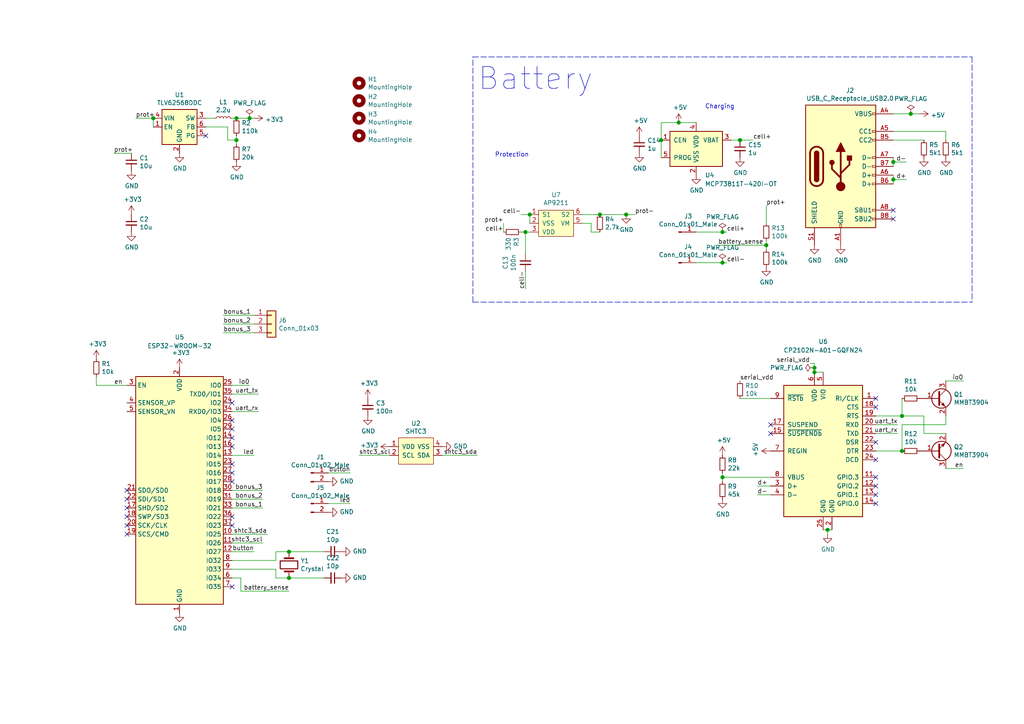
<source format=kicad_sch>
(kicad_sch (version 20210406) (generator eeschema)
  (paper "A4")
  (lib_symbols
    (symbol "Battery_Management:MCP73811T-420I-OT" (pin_names (offset 1.016))
      (property "Reference" "U" (at -6.35 6.35 0))
      (property "Value" "MCP73811T-420I-OT" (at 1.27 6.35 0))
      (symbol "MCP73811T-420I-OT_0_1"
        (rectangle (start -7.62 5.08) (end 7.62 -5.08) (stroke (width 0.254)) (fill (type background)))
      )
      (symbol "MCP73811T-420I-OT_1_1"
        (pin input line (at -10.16 2.54 0) (length 2.54) (name "CEN") (number "1"))
        (pin power_in line (at 0 -7.62 90) (length 2.54) (name "VSS") (number "2"))
        (pin power_out line (at 10.16 2.54 180) (length 2.54) (name "VBAT") (number "3"))
        (pin power_in line (at 0 7.62 270) (length 2.54) (name "VDD") (number "4"))
        (pin input line (at -10.16 -2.54 0) (length 2.54) (name "PROG") (number "5"))
      )
    )
    (symbol "Connector:Conn_01x01_Male" (pin_names (offset 1.016) hide)
      (property "Reference" "J" (at 0 2.54 0))
      (property "Value" "Conn_01x01_Male" (at 0 -2.54 0))
      (symbol "Conn_01x01_Male_1_1"
        (rectangle (start 0.8636 0.127) (end 0 -0.127) (stroke (width 0.1524)) (fill (type outline)))
        (polyline (pts (xy 1.27 0) (xy 0.8636 0)) (stroke (width 0.1524)))
        (pin passive line (at 5.08 0 180) (length 3.81) (name "Pin_1") (number "1"))
      )
    )
    (symbol "Connector:Conn_01x02_Male" (pin_names (offset 1.016) hide)
      (property "Reference" "J" (at 0 2.54 0))
      (property "Value" "Conn_01x02_Male" (at 0 -5.08 0))
      (symbol "Conn_01x02_Male_1_1"
        (rectangle (start 0.8636 -2.413) (end 0 -2.667) (stroke (width 0.1524)) (fill (type outline)))
        (rectangle (start 0.8636 0.127) (end 0 -0.127) (stroke (width 0.1524)) (fill (type outline)))
        (polyline (pts (xy 1.27 -2.54) (xy 0.8636 -2.54)) (stroke (width 0.1524)))
        (polyline (pts (xy 1.27 0) (xy 0.8636 0)) (stroke (width 0.1524)))
        (pin passive line (at 5.08 0 180) (length 3.81) (name "Pin_1") (number "1"))
        (pin passive line (at 5.08 -2.54 180) (length 3.81) (name "Pin_2") (number "2"))
      )
    )
    (symbol "Connector_Generic:Conn_01x03" (pin_names (offset 1.016) hide)
      (property "Reference" "J" (at 0 5.08 0))
      (property "Value" "Conn_01x03" (at 0 -5.08 0))
      (symbol "Conn_01x03_1_1"
        (rectangle (start -1.27 -2.413) (end 0 -2.667) (stroke (width 0.1524)))
        (rectangle (start -1.27 0.127) (end 0 -0.127) (stroke (width 0.1524)))
        (rectangle (start -1.27 2.667) (end 0 2.413) (stroke (width 0.1524)))
        (rectangle (start -1.27 3.81) (end 1.27 -3.81) (stroke (width 0.254)) (fill (type background)))
        (pin passive line (at -5.08 2.54 0) (length 3.81) (name "Pin_1") (number "1"))
        (pin passive line (at -5.08 0 0) (length 3.81) (name "Pin_2") (number "2"))
        (pin passive line (at -5.08 -2.54 0) (length 3.81) (name "Pin_3") (number "3"))
      )
    )
    (symbol "Device:C_Small" (pin_numbers hide) (pin_names (offset 0.254) hide)
      (property "Reference" "C" (at 0.254 1.778 0))
      (property "Value" "C_Small" (at 0.254 -2.032 0))
      (symbol "C_Small_0_1"
        (polyline (pts (xy -1.524 -0.508) (xy 1.524 -0.508)) (stroke (width 0.3302)))
        (polyline (pts (xy -1.524 0.508) (xy 1.524 0.508)) (stroke (width 0.3048)))
      )
      (symbol "C_Small_1_1"
        (pin passive line (at 0 2.54 270) (length 2.032) (name "~") (number "1"))
        (pin passive line (at 0 -2.54 90) (length 2.032) (name "~") (number "2"))
      )
    )
    (symbol "Device:Crystal" (pin_numbers hide) (pin_names (offset 1.016) hide)
      (property "Reference" "Y" (at 0 3.81 0))
      (property "Value" "Crystal" (at 0 -3.81 0))
      (symbol "Crystal_0_1"
        (rectangle (start -1.143 2.54) (end 1.143 -2.54) (stroke (width 0.3048)))
        (polyline (pts (xy -2.54 0) (xy -1.905 0)))
        (polyline (pts (xy -1.905 -1.27) (xy -1.905 1.27)) (stroke (width 0.508)))
        (polyline (pts (xy 1.905 -1.27) (xy 1.905 1.27)) (stroke (width 0.508)))
        (polyline (pts (xy 2.54 0) (xy 1.905 0)))
      )
      (symbol "Crystal_1_1"
        (pin passive line (at -3.81 0 0) (length 1.27) (name "1") (number "1"))
        (pin passive line (at 3.81 0 180) (length 1.27) (name "2") (number "2"))
      )
    )
    (symbol "Device:L_Small" (pin_numbers hide) (pin_names (offset 0.254) hide)
      (property "Reference" "L" (at 0.762 1.016 0))
      (property "Value" "L_Small" (at 0.762 -1.016 0))
      (symbol "L_Small_0_1"
        (arc (start 0 -2.032) (end 0 -1.016) (radius (at 0 -1.524) (length 0.508) (angles -89.9 89.9)))
        (arc (start 0 -1.016) (end 0 0) (radius (at 0 -0.508) (length 0.508) (angles -89.9 89.9)))
        (arc (start 0 0) (end 0 1.016) (radius (at 0 0.508) (length 0.508) (angles -89.9 89.9)))
        (arc (start 0 1.016) (end 0 2.032) (radius (at 0 1.524) (length 0.508) (angles -89.9 89.9)))
      )
      (symbol "L_Small_1_1"
        (pin passive line (at 0 2.54 270) (length 0.508) (name "~") (number "1"))
        (pin passive line (at 0 -2.54 90) (length 0.508) (name "~") (number "2"))
      )
    )
    (symbol "Device:R_Small" (pin_numbers hide) (pin_names (offset 0.254) hide)
      (property "Reference" "R" (at 0.762 0.508 0))
      (property "Value" "R_Small" (at 0.762 -1.016 0))
      (symbol "R_Small_0_1"
        (rectangle (start -0.762 1.778) (end 0.762 -1.778) (stroke (width 0.2032)))
      )
      (symbol "R_Small_1_1"
        (pin passive line (at 0 2.54 270) (length 0.762) (name "~") (number "1"))
        (pin passive line (at 0 -2.54 90) (length 0.762) (name "~") (number "2"))
      )
    )
    (symbol "Interface_USB:CP2102N-A01-GQFN24" (pin_names (offset 1.016))
      (property "Reference" "U" (at -5.08 22.225 0))
      (property "Value" "CP2102N-A01-GQFN24" (at -5.08 20.32 0))
      (symbol "CP2102N-A01-GQFN24_0_1"
        (rectangle (start -11.43 19.05) (end 11.43 -19.05) (stroke (width 0.254)) (fill (type background)))
      )
      (symbol "CP2102N-A01-GQFN24_1_1"
        (pin bidirectional line (at 15.24 15.24 180) (length 3.81) (name "RI/CLK") (number "1"))
        (pin no_connect line (at 10.16 -22.86 90) (length 3.81) hide (name "NC") (number "10"))
        (pin bidirectional line (at 15.24 -7.62 180) (length 3.81) (name "GPIO.3") (number "11"))
        (pin bidirectional line (at 15.24 -10.16 180) (length 3.81) (name "GPIO.2") (number "12"))
        (pin bidirectional line (at 15.24 -12.7 180) (length 3.81) (name "GPIO.1") (number "13"))
        (pin bidirectional line (at 15.24 -15.24 180) (length 3.81) (name "GPIO.0") (number "14"))
        (pin output line (at -15.24 5.08 0) (length 3.81) (name "~SUSPENDb") (number "15"))
        (pin no_connect line (at 7.62 -22.86 90) (length 3.81) hide (name "NC") (number "16"))
        (pin output line (at -15.24 7.62 0) (length 3.81) (name "SUSPEND") (number "17"))
        (pin input line (at 15.24 12.7 180) (length 3.81) (name "CTS") (number "18"))
        (pin output line (at 15.24 10.16 180) (length 3.81) (name "RTS") (number "19"))
        (pin power_in line (at 2.54 -22.86 90) (length 3.81) (name "GND") (number "2"))
        (pin input line (at 15.24 7.62 180) (length 3.81) (name "RXD") (number "20"))
        (pin output line (at 15.24 5.08 180) (length 3.81) (name "TXD") (number "21"))
        (pin input line (at 15.24 2.54 180) (length 3.81) (name "DSR") (number "22"))
        (pin output line (at 15.24 0 180) (length 3.81) (name "DTR") (number "23"))
        (pin input line (at 15.24 -2.54 180) (length 3.81) (name "DCD") (number "24"))
        (pin power_in line (at 0 -22.86 90) (length 3.81) (name "GND") (number "25"))
        (pin bidirectional line (at -15.24 -10.16 0) (length 3.81) (name "D+") (number "3"))
        (pin bidirectional line (at -15.24 -12.7 0) (length 3.81) (name "D-") (number "4"))
        (pin power_in line (at 0 22.86 270) (length 3.81) (name "VIO") (number "5"))
        (pin power_in line (at -2.54 22.86 270) (length 3.81) (name "VDD") (number "6"))
        (pin power_in line (at -15.24 0 0) (length 3.81) (name "REGIN") (number "7"))
        (pin input line (at -15.24 -7.62 0) (length 3.81) (name "VBUS") (number "8"))
        (pin input line (at -15.24 15.24 0) (length 3.81) (name "~RSTb") (number "9"))
      )
    )
    (symbol "Mechanical:MountingHole" (pin_names (offset 1.016))
      (property "Reference" "H" (at 0 5.08 0))
      (property "Value" "MountingHole" (at 0 3.175 0))
      (symbol "MountingHole_0_1"
        (circle (center 0 0) (radius 1.27) (stroke (width 1.27)))
      )
    )
    (symbol "RF_Module:ESP32-WROOM-32"
      (property "Reference" "U" (at -12.7 34.29 0))
      (property "Value" "ESP32-WROOM-32" (at 1.27 34.29 0))
      (symbol "ESP32-WROOM-32_0_1"
        (rectangle (start -12.7 33.02) (end 12.7 -33.02) (stroke (width 0.254)) (fill (type background)))
      )
      (symbol "ESP32-WROOM-32_1_1"
        (pin power_in line (at 0 -35.56 90) (length 2.54) (name "GND") (number "1"))
        (pin bidirectional line (at 15.24 -12.7 180) (length 2.54) (name "IO25") (number "10"))
        (pin bidirectional line (at 15.24 -15.24 180) (length 2.54) (name "IO26") (number "11"))
        (pin bidirectional line (at 15.24 -17.78 180) (length 2.54) (name "IO27") (number "12"))
        (pin bidirectional line (at 15.24 10.16 180) (length 2.54) (name "IO14") (number "13"))
        (pin bidirectional line (at 15.24 15.24 180) (length 2.54) (name "IO12") (number "14"))
        (pin passive line (at 0 -35.56 90) (length 2.54) hide (name "GND") (number "15"))
        (pin bidirectional line (at 15.24 12.7 180) (length 2.54) (name "IO13") (number "16"))
        (pin bidirectional line (at -15.24 -5.08 0) (length 2.54) (name "SHD/SD2") (number "17"))
        (pin bidirectional line (at -15.24 -7.62 0) (length 2.54) (name "SWP/SD3") (number "18"))
        (pin bidirectional line (at -15.24 -12.7 0) (length 2.54) (name "SCS/CMD") (number "19"))
        (pin power_in line (at 0 35.56 270) (length 2.54) (name "VDD") (number "2"))
        (pin bidirectional line (at -15.24 -10.16 0) (length 2.54) (name "SCK/CLK") (number "20"))
        (pin bidirectional line (at -15.24 0 0) (length 2.54) (name "SDO/SD0") (number "21"))
        (pin bidirectional line (at -15.24 -2.54 0) (length 2.54) (name "SDI/SD1") (number "22"))
        (pin bidirectional line (at 15.24 7.62 180) (length 2.54) (name "IO15") (number "23"))
        (pin bidirectional line (at 15.24 25.4 180) (length 2.54) (name "IO2") (number "24"))
        (pin bidirectional line (at 15.24 30.48 180) (length 2.54) (name "IO0") (number "25"))
        (pin bidirectional line (at 15.24 20.32 180) (length 2.54) (name "IO4") (number "26"))
        (pin bidirectional line (at 15.24 5.08 180) (length 2.54) (name "IO16") (number "27"))
        (pin bidirectional line (at 15.24 2.54 180) (length 2.54) (name "IO17") (number "28"))
        (pin bidirectional line (at 15.24 17.78 180) (length 2.54) (name "IO5") (number "29"))
        (pin input line (at -15.24 30.48 0) (length 2.54) (name "EN") (number "3"))
        (pin bidirectional line (at 15.24 0 180) (length 2.54) (name "IO18") (number "30"))
        (pin bidirectional line (at 15.24 -2.54 180) (length 2.54) (name "IO19") (number "31"))
        (pin no_connect line (at -12.7 -27.94 0) (length 2.54) hide (name "NC") (number "32"))
        (pin bidirectional line (at 15.24 -5.08 180) (length 2.54) (name "IO21") (number "33"))
        (pin bidirectional line (at 15.24 22.86 180) (length 2.54) (name "RXD0/IO3") (number "34"))
        (pin bidirectional line (at 15.24 27.94 180) (length 2.54) (name "TXD0/IO1") (number "35"))
        (pin bidirectional line (at 15.24 -7.62 180) (length 2.54) (name "IO22") (number "36"))
        (pin bidirectional line (at 15.24 -10.16 180) (length 2.54) (name "IO23") (number "37"))
        (pin passive line (at 0 -35.56 90) (length 2.54) hide (name "GND") (number "38"))
        (pin passive line (at 0 -35.56 90) (length 2.54) hide (name "GND") (number "39"))
        (pin input line (at -15.24 25.4 0) (length 2.54) (name "SENSOR_VP") (number "4"))
        (pin input line (at -15.24 22.86 0) (length 2.54) (name "SENSOR_VN") (number "5"))
        (pin input line (at 15.24 -25.4 180) (length 2.54) (name "IO34") (number "6"))
        (pin input line (at 15.24 -27.94 180) (length 2.54) (name "IO35") (number "7"))
        (pin bidirectional line (at 15.24 -20.32 180) (length 2.54) (name "IO32") (number "8"))
        (pin bidirectional line (at 15.24 -22.86 180) (length 2.54) (name "IO33") (number "9"))
      )
    )
    (symbol "Regulator_Switching:TLV62568DDC"
      (property "Reference" "U" (at -5.08 6.35 0))
      (property "Value" "TLV62568DDC" (at 0 6.35 0))
      (symbol "TLV62568DDC_0_1"
        (rectangle (start -5.08 5.08) (end 5.08 -5.08) (stroke (width 0.254)) (fill (type background)))
      )
      (symbol "TLV62568DDC_1_1"
        (pin input line (at -7.62 0 0) (length 2.54) (name "EN") (number "1"))
        (pin power_in line (at 0 -7.62 90) (length 2.54) (name "GND") (number "2"))
        (pin power_out line (at 7.62 2.54 180) (length 2.54) (name "SW") (number "3"))
        (pin power_in line (at -7.62 2.54 0) (length 2.54) (name "VIN") (number "4"))
        (pin open_collector line (at 7.62 -2.54 180) (length 2.54) (name "PG") (number "5"))
        (pin input line (at 7.62 0 180) (length 2.54) (name "FB") (number "6"))
      )
    )
    (symbol "Transistor_BJT:MMBT3904" (pin_names (offset 0) hide)
      (property "Reference" "Q" (at 5.08 1.905 0))
      (property "Value" "MMBT3904" (at 5.08 0 0))
      (symbol "MMBT3904_0_1"
        (circle (center 1.27 0) (radius 2.8194) (stroke (width 0.254)))
        (polyline (pts (xy 0.635 0.635) (xy 2.54 2.54)))
        (polyline (pts (xy 0.635 -0.635) (xy 2.54 -2.54) (xy 2.54 -2.54)))
        (polyline (pts (xy 0.635 1.905) (xy 0.635 -1.905) (xy 0.635 -1.905)) (stroke (width 0.508)))
        (polyline (pts (xy 1.27 -1.778) (xy 1.778 -1.27) (xy 2.286 -2.286) (xy 1.27 -1.778) (xy 1.27 -1.778)) (fill (type outline)))
      )
      (symbol "MMBT3904_1_1"
        (pin input line (at -5.08 0 0) (length 5.715) (name "B") (number "1"))
        (pin passive line (at 2.54 -5.08 90) (length 2.54) (name "E") (number "2"))
        (pin passive line (at 2.54 5.08 270) (length 2.54) (name "C") (number "3"))
      )
    )
    (symbol "eink:AP9211" (pin_names (offset 1.016))
      (property "Reference" "U" (at 0 8.89 0))
      (property "Value" "AP9211" (at 0 6.35 0))
      (symbol "AP9211_0_1"
        (rectangle (start 5.08 3.81) (end -5.08 -3.81) (fill (type background)))
      )
      (symbol "AP9211_1_1"
        (pin power_in line (at -7.62 2.54 0) (length 2.54) (name "S1") (number "1"))
        (pin power_in line (at -7.62 0 0) (length 2.54) (name "VSS") (number "2"))
        (pin power_in line (at -7.62 -2.54 0) (length 2.54) (name "VDD") (number "3"))
        (pin no_connect line (at 7.62 -2.54 180) (length 2.54) hide (name "NC") (number "4"))
        (pin input line (at 7.62 0 180) (length 2.54) (name "VM") (number "5"))
        (pin power_out line (at 7.62 2.54 180) (length 2.54) (name "S2") (number "6"))
      )
    )
    (symbol "eink:SHTC3" (pin_names (offset 1.016))
      (property "Reference" "U" (at 0 8.89 0))
      (property "Value" "SHTC3" (at 0 6.35 0))
      (symbol "SHTC3_0_1"
        (rectangle (start 5.08 -3.81) (end -5.08 3.81) (fill (type background)))
      )
      (symbol "SHTC3_1_1"
        (pin power_in line (at -7.62 1.27 0) (length 2.54) (name "VDD") (number "1"))
        (pin bidirectional line (at -7.62 -1.27 0) (length 2.54) (name "SCL") (number "2"))
        (pin bidirectional line (at 7.62 -1.27 180) (length 2.54) (name "SDA") (number "3"))
        (pin power_in line (at 7.62 1.27 180) (length 2.54) (name "VSS") (number "4"))
        (pin power_in line (at 7.62 1.27 180) (length 2.54) hide (name "VSS") (number "5"))
      )
    )
    (symbol "main-board-rescue:USB_C_Receptacle_USB2.0-Connector" (pin_names (offset 1.016))
      (property "Reference" "J" (at -10.16 19.05 0))
      (property "Value" "USB_C_Receptacle_USB2.0-Connector" (at 19.05 19.05 0))
      (symbol "USB_C_Receptacle_USB2.0-Connector_0_0"
        (rectangle (start -0.254 -17.78) (end 0.254 -16.764))
        (rectangle (start 10.16 -14.986) (end 9.144 -15.494))
        (rectangle (start 10.16 -12.446) (end 9.144 -12.954))
        (rectangle (start 10.16 -4.826) (end 9.144 -5.334))
        (rectangle (start 10.16 -2.286) (end 9.144 -2.794))
        (rectangle (start 10.16 0.254) (end 9.144 -0.254))
        (rectangle (start 10.16 2.794) (end 9.144 2.286))
        (rectangle (start 10.16 7.874) (end 9.144 7.366))
        (rectangle (start 10.16 10.414) (end 9.144 9.906))
        (rectangle (start 10.16 15.494) (end 9.144 14.986))
      )
      (symbol "USB_C_Receptacle_USB2.0-Connector_0_1"
        (arc (start -8.89 -3.81) (end -5.08 -3.81) (radius (at -6.985 -3.81) (length 1.905) (angles -179.9 -0.1)) (stroke (width 0.508)))
        (arc (start -7.62 -3.81) (end -6.35 -3.81) (radius (at -6.985 -3.81) (length 0.635) (angles -179.9 -0.1)) (stroke (width 0.254)))
        (arc (start -6.35 3.81) (end -7.62 3.81) (radius (at -6.985 3.81) (length 0.635) (angles 0.1 179.9)) (stroke (width 0.254)))
        (arc (start -5.08 3.81) (end -8.89 3.81) (radius (at -6.985 3.81) (length 1.905) (angles 0.1 179.9)) (stroke (width 0.508)))
        (arc (start -7.62 -3.81) (end -6.35 -3.81) (radius (at -6.985 -3.81) (length 0.635) (angles -179.9 -0.1)) (stroke (width 0.254)) (fill (type outline)))
        (arc (start -6.35 3.81) (end -7.62 3.81) (radius (at -6.985 3.81) (length 0.635) (angles 0.1 179.9)) (stroke (width 0.254)) (fill (type outline)))
        (circle (center -2.54 1.143) (radius 0.635) (stroke (width 0.254)) (fill (type outline)))
        (circle (center 0 -5.842) (radius 1.27) (fill (type outline)))
        (rectangle (start -7.62 -3.81) (end -6.35 3.81) (stroke (width 0.254)) (fill (type outline)))
        (rectangle (start 1.905 1.778) (end 3.175 3.048) (stroke (width 0.254)) (fill (type outline)))
        (rectangle (start -10.16 17.78) (end 10.16 -17.78) (stroke (width 0.254)) (fill (type background)))
        (polyline (pts (xy -8.89 -3.81) (xy -8.89 3.81)) (stroke (width 0.508)))
        (polyline (pts (xy -5.08 3.81) (xy -5.08 -3.81)) (stroke (width 0.508)))
        (polyline (pts (xy 0 -5.842) (xy 0 4.318)) (stroke (width 0.508)))
        (polyline (pts (xy 0 -3.302) (xy -2.54 -0.762) (xy -2.54 0.508)) (stroke (width 0.508)))
        (polyline (pts (xy 0 -2.032) (xy 2.54 0.508) (xy 2.54 1.778)) (stroke (width 0.508)))
        (polyline (pts (xy -1.27 4.318) (xy 0 6.858) (xy 1.27 4.318) (xy -1.27 4.318)) (stroke (width 0.254)) (fill (type outline)))
      )
      (symbol "USB_C_Receptacle_USB2.0-Connector_1_1"
        (pin power_in line (at 0 -22.86 90) (length 5.08) (name "GND") (number "A1"))
        (pin passive line (at 0 -22.86 90) (length 5.08) hide (name "GND") (number "A12"))
        (pin power_in line (at 15.24 15.24 180) (length 5.08) (name "VBUS") (number "A4"))
        (pin bidirectional line (at 15.24 10.16 180) (length 5.08) (name "CC1") (number "A5"))
        (pin bidirectional line (at 15.24 -2.54 180) (length 5.08) (name "D+") (number "A6"))
        (pin bidirectional line (at 15.24 2.54 180) (length 5.08) (name "D-") (number "A7"))
        (pin bidirectional line (at 15.24 -12.7 180) (length 5.08) (name "SBU1") (number "A8"))
        (pin passive line (at 15.24 15.24 180) (length 5.08) hide (name "VBUS") (number "A9"))
        (pin passive line (at 0 -22.86 90) (length 5.08) hide (name "GND") (number "B1"))
        (pin passive line (at 0 -22.86 90) (length 5.08) hide (name "GND") (number "B12"))
        (pin passive line (at 15.24 15.24 180) (length 5.08) hide (name "VBUS") (number "B4"))
        (pin bidirectional line (at 15.24 7.62 180) (length 5.08) (name "CC2") (number "B5"))
        (pin bidirectional line (at 15.24 -5.08 180) (length 5.08) (name "D+") (number "B6"))
        (pin bidirectional line (at 15.24 0 180) (length 5.08) (name "D-") (number "B7"))
        (pin bidirectional line (at 15.24 -15.24 180) (length 5.08) (name "SBU2") (number "B8"))
        (pin passive line (at 15.24 15.24 180) (length 5.08) hide (name "VBUS") (number "B9"))
        (pin passive line (at -7.62 -22.86 90) (length 5.08) (name "SHIELD") (number "S1"))
      )
    )
    (symbol "power:+3V3" (power) (pin_names (offset 0))
      (property "Value" "+3V3" (at 0 3.556 0))
      (symbol "+3V3_0_1"
        (polyline (pts (xy -0.762 1.27) (xy 0 2.54)))
        (polyline (pts (xy 0 0) (xy 0 2.54)))
        (polyline (pts (xy 0 2.54) (xy 0.762 1.27)))
      )
      (symbol "+3V3_1_1"
        (pin power_in line (at 0 0 90) (length 0) hide (name "+3V3") (number "1"))
      )
    )
    (symbol "power:+5V" (power) (pin_names (offset 0))
      (property "Value" "+5V" (at 0 3.556 0))
      (symbol "+5V_0_1"
        (polyline (pts (xy -0.762 1.27) (xy 0 2.54)))
        (polyline (pts (xy 0 0) (xy 0 2.54)))
        (polyline (pts (xy 0 2.54) (xy 0.762 1.27)))
      )
      (symbol "+5V_1_1"
        (pin power_in line (at 0 0 90) (length 0) hide (name "+5V") (number "1"))
      )
    )
    (symbol "power:GND" (power) (pin_names (offset 0))
      (property "Value" "GND" (at 0 -3.81 0))
      (symbol "GND_0_1"
        (polyline (pts (xy 0 0) (xy 0 -1.27) (xy 1.27 -1.27) (xy 0 -2.54) (xy -1.27 -1.27) (xy 0 -1.27)))
      )
      (symbol "GND_1_1"
        (pin power_in line (at 0 0 270) (length 0) hide (name "GND") (number "1"))
      )
    )
    (symbol "power:PWR_FLAG" (power) (pin_numbers hide) (pin_names (offset 0) hide)
      (property "Value" "PWR_FLAG" (at 0 3.81 0))
      (symbol "PWR_FLAG_0_0"
        (pin power_out line (at 0 0 90) (length 0) (name "pwr") (number "1"))
      )
      (symbol "PWR_FLAG_0_1"
        (polyline (pts (xy 0 0) (xy 0 1.27) (xy -1.016 1.905) (xy 0 2.54) (xy 1.016 1.905) (xy 0 1.27)))
      )
    )
  )
  (junction (at 44.45 34.29) (diameter 1.016))
  (junction (at 68.58 34.29) (diameter 1.016))
  (junction (at 68.58 40.64) (diameter 1.016))
  (junction (at 72.39 34.29) (diameter 1.016))
  (junction (at 83.82 160.02) (diameter 1.016))
  (junction (at 83.82 167.64) (diameter 1.016))
  (junction (at 152.4 67.31) (diameter 1.016))
  (junction (at 153.67 62.23) (diameter 1.016))
  (junction (at 173.99 62.23) (diameter 1.016))
  (junction (at 181.61 62.23) (diameter 1.016))
  (junction (at 191.77 40.64) (diameter 1.016))
  (junction (at 196.85 35.56) (diameter 1.016))
  (junction (at 209.55 67.31) (diameter 1.016))
  (junction (at 209.55 76.2) (diameter 1.016))
  (junction (at 209.55 138.43) (diameter 1.016))
  (junction (at 214.63 40.64) (diameter 1.016))
  (junction (at 222.25 71.12) (diameter 1.016))
  (junction (at 236.22 106.68) (diameter 1.016))
  (junction (at 236.22 107.95) (diameter 1.016))
  (junction (at 240.03 153.67) (diameter 1.016))
  (junction (at 259.08 46.99) (diameter 1.016))
  (junction (at 259.08 52.07) (diameter 1.016))
  (junction (at 261.62 120.65) (diameter 1.016))
  (junction (at 261.62 130.81) (diameter 1.016))
  (junction (at 264.16 33.02) (diameter 1.016))
  (no_connect (at 36.83 142.24))
  (no_connect (at 36.83 144.78))
  (no_connect (at 36.83 147.32))
  (no_connect (at 36.83 149.86))
  (no_connect (at 36.83 152.4))
  (no_connect (at 36.83 154.94))
  (no_connect (at 59.69 39.37))
  (no_connect (at 67.31 116.84))
  (no_connect (at 67.31 121.92))
  (no_connect (at 67.31 124.46))
  (no_connect (at 67.31 127))
  (no_connect (at 67.31 129.54))
  (no_connect (at 67.31 134.62))
  (no_connect (at 67.31 137.16))
  (no_connect (at 67.31 139.7))
  (no_connect (at 67.31 149.86))
  (no_connect (at 67.31 152.4))
  (no_connect (at 67.31 170.18))
  (no_connect (at 223.52 123.19))
  (no_connect (at 223.52 125.73))
  (no_connect (at 254 115.57))
  (no_connect (at 254 118.11))
  (no_connect (at 254 128.27))
  (no_connect (at 254 133.35))
  (no_connect (at 254 138.43))
  (no_connect (at 254 140.97))
  (no_connect (at 254 143.51))
  (no_connect (at 254 146.05))
  (no_connect (at 259.08 60.96))
  (no_connect (at 259.08 63.5))
  (wire (pts (xy 27.94 111.76) (xy 27.94 109.22)))
  (wire (pts (xy 27.94 111.76) (xy 36.83 111.76)))
  (wire (pts (xy 38.1 44.45) (xy 33.02 44.45)))
  (wire (pts (xy 44.45 34.29) (xy 39.37 34.29)))
  (wire (pts (xy 44.45 36.83) (xy 44.45 34.29)))
  (wire (pts (xy 59.69 34.29) (xy 62.23 34.29)))
  (wire (pts (xy 59.69 36.83) (xy 66.04 36.83)))
  (wire (pts (xy 66.04 36.83) (xy 66.04 40.64)))
  (wire (pts (xy 66.04 40.64) (xy 68.58 40.64)))
  (wire (pts (xy 67.31 34.29) (xy 68.58 34.29)))
  (wire (pts (xy 67.31 132.08) (xy 73.66 132.08)))
  (wire (pts (xy 67.31 142.24) (xy 76.2 142.24)))
  (wire (pts (xy 67.31 144.78) (xy 76.2 144.78)))
  (wire (pts (xy 67.31 147.32) (xy 76.2 147.32)))
  (wire (pts (xy 67.31 154.94) (xy 77.47 154.94)))
  (wire (pts (xy 67.31 160.02) (xy 73.66 160.02)))
  (wire (pts (xy 67.31 162.56) (xy 80.01 162.56)))
  (wire (pts (xy 67.31 165.1) (xy 80.01 165.1)))
  (wire (pts (xy 67.31 167.64) (xy 69.85 167.64)))
  (wire (pts (xy 68.58 34.29) (xy 72.39 34.29)))
  (wire (pts (xy 68.58 39.37) (xy 68.58 40.64)))
  (wire (pts (xy 68.58 40.64) (xy 68.58 41.91)))
  (wire (pts (xy 69.85 167.64) (xy 69.85 171.45)))
  (wire (pts (xy 72.39 34.29) (xy 73.66 34.29)))
  (wire (pts (xy 72.39 111.76) (xy 67.31 111.76)))
  (wire (pts (xy 73.66 91.44) (xy 64.77 91.44)))
  (wire (pts (xy 73.66 93.98) (xy 64.77 93.98)))
  (wire (pts (xy 73.66 96.52) (xy 64.77 96.52)))
  (wire (pts (xy 74.93 114.3) (xy 67.31 114.3)))
  (wire (pts (xy 74.93 119.38) (xy 67.31 119.38)))
  (wire (pts (xy 76.2 157.48) (xy 67.31 157.48)))
  (wire (pts (xy 80.01 160.02) (xy 83.82 160.02)))
  (wire (pts (xy 80.01 162.56) (xy 80.01 160.02)))
  (wire (pts (xy 80.01 165.1) (xy 80.01 167.64)))
  (wire (pts (xy 80.01 167.64) (xy 83.82 167.64)))
  (wire (pts (xy 83.82 160.02) (xy 93.98 160.02)))
  (wire (pts (xy 83.82 167.64) (xy 93.98 167.64)))
  (wire (pts (xy 83.82 171.45) (xy 69.85 171.45)))
  (wire (pts (xy 95.25 137.16) (xy 101.6 137.16)))
  (wire (pts (xy 95.25 146.05) (xy 101.6 146.05)))
  (wire (pts (xy 104.14 132.08) (xy 113.03 132.08)))
  (wire (pts (xy 128.27 132.08) (xy 138.43 132.08)))
  (wire (pts (xy 146.05 67.31) (xy 146.05 64.77)))
  (wire (pts (xy 151.13 67.31) (xy 152.4 67.31)))
  (wire (pts (xy 152.4 67.31) (xy 153.67 67.31)))
  (wire (pts (xy 152.4 73.66) (xy 152.4 67.31)))
  (wire (pts (xy 152.4 83.82) (xy 152.4 78.74)))
  (wire (pts (xy 153.67 62.23) (xy 151.13 62.23)))
  (wire (pts (xy 153.67 64.77) (xy 153.67 62.23)))
  (wire (pts (xy 168.91 62.23) (xy 173.99 62.23)))
  (wire (pts (xy 168.91 64.77) (xy 171.45 64.77)))
  (wire (pts (xy 171.45 64.77) (xy 171.45 67.31)))
  (wire (pts (xy 171.45 67.31) (xy 173.99 67.31)))
  (wire (pts (xy 173.99 62.23) (xy 181.61 62.23)))
  (wire (pts (xy 181.61 62.23) (xy 184.15 62.23)))
  (wire (pts (xy 191.77 35.56) (xy 196.85 35.56)))
  (wire (pts (xy 191.77 40.64) (xy 191.77 35.56)))
  (wire (pts (xy 191.77 45.72) (xy 191.77 40.64)))
  (wire (pts (xy 196.85 35.56) (xy 201.93 35.56)))
  (wire (pts (xy 208.28 71.12) (xy 222.25 71.12)))
  (wire (pts (xy 209.55 67.31) (xy 201.93 67.31)))
  (wire (pts (xy 209.55 76.2) (xy 201.93 76.2)))
  (wire (pts (xy 209.55 138.43) (xy 209.55 137.16)))
  (wire (pts (xy 209.55 139.7) (xy 209.55 138.43)))
  (wire (pts (xy 210.82 67.31) (xy 209.55 67.31)))
  (wire (pts (xy 210.82 76.2) (xy 209.55 76.2)))
  (wire (pts (xy 214.63 40.64) (xy 212.09 40.64)))
  (wire (pts (xy 214.63 115.57) (xy 223.52 115.57)))
  (wire (pts (xy 218.44 40.64) (xy 214.63 40.64)))
  (wire (pts (xy 222.25 64.77) (xy 222.25 59.69)))
  (wire (pts (xy 222.25 69.85) (xy 222.25 71.12)))
  (wire (pts (xy 222.25 72.39) (xy 222.25 71.12)))
  (wire (pts (xy 223.52 138.43) (xy 209.55 138.43)))
  (wire (pts (xy 223.52 140.97) (xy 219.71 140.97)))
  (wire (pts (xy 223.52 143.51) (xy 219.71 143.51)))
  (wire (pts (xy 236.22 105.41) (xy 234.95 105.41)))
  (wire (pts (xy 236.22 106.68) (xy 236.22 105.41)))
  (wire (pts (xy 236.22 107.95) (xy 236.22 106.68)))
  (wire (pts (xy 236.22 107.95) (xy 238.76 107.95)))
  (wire (pts (xy 238.76 153.67) (xy 240.03 153.67)))
  (wire (pts (xy 240.03 153.67) (xy 241.3 153.67)))
  (wire (pts (xy 240.03 154.94) (xy 240.03 153.67)))
  (wire (pts (xy 254 120.65) (xy 261.62 120.65)))
  (wire (pts (xy 254 123.19) (xy 260.35 123.19)))
  (wire (pts (xy 254 125.73) (xy 260.35 125.73)))
  (wire (pts (xy 254 130.81) (xy 261.62 130.81)))
  (wire (pts (xy 259.08 33.02) (xy 264.16 33.02)))
  (wire (pts (xy 259.08 38.1) (xy 274.32 38.1)))
  (wire (pts (xy 259.08 40.64) (xy 267.97 40.64)))
  (wire (pts (xy 259.08 45.72) (xy 259.08 46.99)))
  (wire (pts (xy 259.08 46.99) (xy 259.08 48.26)))
  (wire (pts (xy 259.08 46.99) (xy 262.89 46.99)))
  (wire (pts (xy 259.08 50.8) (xy 259.08 52.07)))
  (wire (pts (xy 259.08 52.07) (xy 259.08 53.34)))
  (wire (pts (xy 259.08 52.07) (xy 262.89 52.07)))
  (wire (pts (xy 261.62 115.57) (xy 261.62 120.65)))
  (wire (pts (xy 261.62 120.65) (xy 267.97 120.65)))
  (wire (pts (xy 261.62 123.19) (xy 261.62 130.81)))
  (wire (pts (xy 264.16 33.02) (xy 266.7 33.02)))
  (wire (pts (xy 267.97 125.73) (xy 267.97 120.65)))
  (wire (pts (xy 274.32 40.64) (xy 274.32 38.1)))
  (wire (pts (xy 274.32 110.49) (xy 279.4 110.49)))
  (wire (pts (xy 274.32 120.65) (xy 274.32 123.19)))
  (wire (pts (xy 274.32 123.19) (xy 261.62 123.19)))
  (wire (pts (xy 274.32 125.73) (xy 267.97 125.73)))
  (wire (pts (xy 274.32 135.89) (xy 279.4 135.89)))
  (polyline (pts (xy 137.16 16.51) (xy 281.94 16.51)) (stroke (width 0) (type dash)))
  (polyline (pts (xy 137.16 87.63) (xy 137.16 16.51)) (stroke (width 0) (type dash)))
  (polyline (pts (xy 137.16 87.63) (xy 281.94 87.63)) (stroke (width 0) (type dash)))
  (polyline (pts (xy 281.94 16.51) (xy 281.94 87.63)) (stroke (width 0) (type dash)))
  (text "Battery" (at 138.43 26.67 0) (effects (font (size 6.35 6.35)) (justify left bottom)))
  (text "Protection" (at 143.51 45.72 0) (effects (font (size 1.27 1.27)) (justify left bottom)))
  (text "Charging" (at 204.47 31.75 0) (effects (font (size 1.27 1.27)) (justify left bottom)))
  (label "prot+" (at 33.02 44.45 0))
  (label "en" (at 35.56 111.76 180))
  (label "prot+" (at 39.37 34.29 0))
  (label "bonus_1" (at 64.77 91.44 0))
  (label "bonus_2" (at 64.77 93.98 0))
  (label "bonus_3" (at 64.77 96.52 0))
  (label "io0" (at 72.39 111.76 180))
  (label "led" (at 73.66 132.08 180))
  (label "button" (at 73.66 160.02 180))
  (label "uart_tx" (at 74.93 114.3 180))
  (label "uart_rx" (at 74.93 119.38 180))
  (label "bonus_3" (at 76.2 142.24 180))
  (label "bonus_2" (at 76.2 144.78 180))
  (label "bonus_1" (at 76.2 147.32 180))
  (label "shtc3_scl" (at 76.2 157.48 180))
  (label "shtc3_sda" (at 77.47 154.94 180))
  (label "battery_sense" (at 83.82 171.45 180))
  (label "button" (at 101.6 137.16 180))
  (label "led" (at 101.6 146.05 180))
  (label "shtc3_scl" (at 104.14 132.08 0))
  (label "shtc3_sda" (at 138.43 132.08 180))
  (label "prot+" (at 146.05 64.77 180))
  (label "cell+" (at 146.05 67.31 180))
  (label "cell-" (at 151.13 62.23 180))
  (label "cell-" (at 152.4 83.82 90))
  (label "prot-" (at 184.15 62.23 0))
  (label "battery_sense" (at 208.28 71.12 0))
  (label "cell+" (at 210.82 67.31 0))
  (label "cell-" (at 210.82 76.2 0))
  (label "serial_vdd" (at 214.63 110.49 0))
  (label "cell+" (at 218.44 40.64 0))
  (label "d+" (at 219.71 140.97 0))
  (label "d-" (at 219.71 143.51 0))
  (label "prot+" (at 222.25 59.69 0))
  (label "serial_vdd" (at 234.95 105.41 180))
  (label "uart_tx" (at 260.35 123.19 180))
  (label "uart_rx" (at 260.35 125.73 180))
  (label "d-" (at 262.89 46.99 180))
  (label "d+" (at 262.89 52.07 180))
  (label "io0" (at 279.4 110.49 180))
  (label "en" (at 279.4 135.89 180))
  (symbol (lib_id "Connector:Conn_01x01_Male") (at 196.85 67.31 0) (unit 1)
    (property "Reference" "J3" (at 199.5932 62.7126 0))
    (property "Value" "Conn_01x01_Male" (at 199.5932 65.024 0))
    (property "Footprint" "Connector_Wire:SolderWire-0.75sqmm_1x01_D1.25mm_OD2.3mm" (effects hide))
  )
  (symbol (lib_id "Connector:Conn_01x01_Male") (at 196.85 76.2 0) (unit 1)
    (property "Reference" "J4" (at 199.5932 71.6026 0))
    (property "Value" "Conn_01x01_Male" (at 199.5932 73.914 0))
    (property "Footprint" "Connector_Wire:SolderWire-0.75sqmm_1x01_D1.25mm_OD2.3mm" (effects hide))
  )
  (symbol (lib_id "power:+3V3") (at 27.94 104.14 0) (unit 1)
    (property "Reference" "#PWR0103" (effects hide))
    (property "Value" "+3V3" (at 28.321 99.7458 0))
  )
  (symbol (lib_id "power:+3V3") (at 38.1 62.23 0) (unit 1)
    (property "Reference" "#PWR0109" (effects hide))
    (property "Value" "+3V3" (at 38.481 57.8358 0))
  )
  (symbol (lib_id "power:+3V3") (at 52.07 106.68 0) (unit 1)
    (property "Reference" "#PWR0101" (effects hide))
    (property "Value" "+3V3" (at 52.451 102.2858 0))
  )
  (symbol (lib_id "power:+3V3") (at 73.66 34.29 270) (unit 1)
    (property "Reference" "#PWR0104" (effects hide))
    (property "Value" "+3V3" (at 76.9112 34.671 90) (effects (justify left)))
  )
  (symbol (lib_id "power:+3V3") (at 106.68 115.57 0) (unit 1)
    (property "Reference" "#PWR0129" (effects hide))
    (property "Value" "+3V3" (at 107.061 111.1758 0))
  )
  (symbol (lib_id "power:+3V3") (at 113.03 129.54 90) (unit 1)
    (property "Reference" "#PWR0127" (effects hide))
    (property "Value" "+3V3" (at 109.7788 129.159 90) (effects (justify left)))
  )
  (symbol (lib_id "power:+5V") (at 185.42 39.37 0) (unit 1)
    (property "Reference" "#PWR0118" (effects hide))
    (property "Value" "+5V" (at 185.801 34.9758 0))
  )
  (symbol (lib_id "power:+5V") (at 196.85 35.56 0) (unit 1)
    (property "Reference" "#PWR0117" (effects hide))
    (property "Value" "+5V" (at 197.231 31.1658 0))
  )
  (symbol (lib_id "power:+5V") (at 209.55 132.08 0) (unit 1)
    (property "Reference" "#PWR0111" (effects hide))
    (property "Value" "+5V" (at 209.931 127.6858 0))
  )
  (symbol (lib_id "power:+5V") (at 223.52 130.81 90) (unit 1)
    (property "Reference" "#PWR0113" (effects hide))
    (property "Value" "+5V" (at 219.1258 130.429 0))
  )
  (symbol (lib_id "power:+5V") (at 266.7 33.02 270) (unit 1)
    (property "Reference" "#PWR0122" (effects hide))
    (property "Value" "+5V" (at 269.9512 33.401 90) (effects (justify left)))
  )
  (symbol (lib_id "Device:L_Small") (at 64.77 34.29 90) (unit 1)
    (property "Reference" "L1" (at 64.77 29.591 90))
    (property "Value" "2.2u" (at 64.77 31.9024 90))
    (property "Footprint" "Inductor_SMD:L_1008_2520Metric" (effects hide))
  )
  (symbol (lib_id "power:PWR_FLAG") (at 72.39 34.29 0) (unit 1)
    (property "Reference" "#FLG0105" (effects hide))
    (property "Value" "PWR_FLAG" (at 72.39 29.8958 0))
  )
  (symbol (lib_id "power:PWR_FLAG") (at 209.55 67.31 0) (unit 1)
    (property "Reference" "#FLG0102" (effects hide))
    (property "Value" "PWR_FLAG" (at 209.55 62.9158 0))
  )
  (symbol (lib_id "power:PWR_FLAG") (at 209.55 76.2 0) (unit 1)
    (property "Reference" "#FLG0104" (effects hide))
    (property "Value" "PWR_FLAG" (at 209.55 71.8058 0))
  )
  (symbol (lib_id "power:PWR_FLAG") (at 236.22 106.68 90) (unit 1)
    (property "Reference" "#FLG0103" (effects hide))
    (property "Value" "PWR_FLAG" (at 232.9942 106.68 90) (effects (justify left)))
  )
  (symbol (lib_id "power:PWR_FLAG") (at 264.16 33.02 0) (unit 1)
    (property "Reference" "#FLG0101" (effects hide))
    (property "Value" "PWR_FLAG" (at 264.16 28.6258 0))
  )
  (symbol (lib_id "power:GND") (at 38.1 49.53 0) (unit 1)
    (property "Reference" "#PWR0107" (effects hide))
    (property "Value" "GND" (at 38.227 53.9242 0))
  )
  (symbol (lib_id "power:GND") (at 38.1 67.31 0) (unit 1)
    (property "Reference" "#PWR0108" (effects hide))
    (property "Value" "GND" (at 38.227 71.7042 0))
  )
  (symbol (lib_id "power:GND") (at 52.07 44.45 0) (unit 1)
    (property "Reference" "#PWR0105" (effects hide))
    (property "Value" "GND" (at 52.197 48.8442 0))
  )
  (symbol (lib_id "power:GND") (at 52.07 177.8 0) (unit 1)
    (property "Reference" "#PWR0102" (effects hide))
    (property "Value" "GND" (at 52.197 182.1942 0))
  )
  (symbol (lib_id "power:GND") (at 68.58 46.99 0) (unit 1)
    (property "Reference" "#PWR0106" (effects hide))
    (property "Value" "GND" (at 68.707 51.3842 0))
  )
  (symbol (lib_id "power:GND") (at 95.25 139.7 90) (unit 1)
    (property "Reference" "#PWR0121" (effects hide))
    (property "Value" "GND" (at 98.5012 139.573 90) (effects (justify right)))
  )
  (symbol (lib_id "power:GND") (at 95.25 148.59 90) (unit 1)
    (property "Reference" "#PWR0120" (effects hide))
    (property "Value" "GND" (at 98.5012 148.463 90) (effects (justify right)))
  )
  (symbol (lib_id "power:GND") (at 99.06 160.02 90) (unit 1)
    (property "Reference" "#PWR0147" (effects hide))
    (property "Value" "GND" (at 102.3112 159.893 90) (effects (justify right)))
  )
  (symbol (lib_id "power:GND") (at 99.06 167.64 90) (unit 1)
    (property "Reference" "#PWR0148" (effects hide))
    (property "Value" "GND" (at 102.3112 167.513 90) (effects (justify right)))
  )
  (symbol (lib_id "power:GND") (at 106.68 120.65 0) (unit 1)
    (property "Reference" "#PWR0130" (effects hide))
    (property "Value" "GND" (at 106.807 125.0442 0))
  )
  (symbol (lib_id "power:GND") (at 128.27 129.54 90) (unit 1)
    (property "Reference" "#PWR0128" (effects hide))
    (property "Value" "GND" (at 131.5212 129.413 90) (effects (justify right)))
  )
  (symbol (lib_id "power:GND") (at 181.61 62.23 0) (unit 1)
    (property "Reference" "#PWR0114" (effects hide))
    (property "Value" "GND" (at 181.737 66.6242 0))
  )
  (symbol (lib_id "power:GND") (at 185.42 44.45 0) (unit 1)
    (property "Reference" "#PWR0119" (effects hide))
    (property "Value" "GND" (at 185.547 48.8442 0))
  )
  (symbol (lib_id "power:GND") (at 201.93 50.8 0) (unit 1)
    (property "Reference" "#PWR0115" (effects hide))
    (property "Value" "GND" (at 202.057 55.1942 0))
  )
  (symbol (lib_id "power:GND") (at 209.55 144.78 0) (unit 1)
    (property "Reference" "#PWR0112" (effects hide))
    (property "Value" "GND" (at 209.677 149.1742 0))
  )
  (symbol (lib_id "power:GND") (at 214.63 45.72 0) (unit 1)
    (property "Reference" "#PWR0116" (effects hide))
    (property "Value" "GND" (at 214.757 50.1142 0))
  )
  (symbol (lib_id "power:GND") (at 222.25 77.47 0) (unit 1)
    (property "Reference" "#PWR0145" (effects hide))
    (property "Value" "GND" (at 222.377 81.8642 0))
  )
  (symbol (lib_id "power:GND") (at 236.22 71.12 0) (unit 1)
    (property "Reference" "#PWR0123" (effects hide))
    (property "Value" "GND" (at 236.347 75.5142 0))
  )
  (symbol (lib_id "power:GND") (at 240.03 154.94 0) (unit 1)
    (property "Reference" "#PWR0110" (effects hide))
    (property "Value" "GND" (at 240.157 159.3342 0))
  )
  (symbol (lib_id "power:GND") (at 243.84 71.12 0) (unit 1)
    (property "Reference" "#PWR0124" (effects hide))
    (property "Value" "GND" (at 243.967 75.5142 0))
  )
  (symbol (lib_id "power:GND") (at 267.97 45.72 0) (unit 1)
    (property "Reference" "#PWR0125" (effects hide))
    (property "Value" "GND" (at 268.097 50.1142 0))
  )
  (symbol (lib_id "power:GND") (at 274.32 45.72 0) (unit 1)
    (property "Reference" "#PWR0126" (effects hide))
    (property "Value" "GND" (at 274.447 50.1142 0))
  )
  (symbol (lib_id "Device:R_Small") (at 27.94 106.68 0) (unit 1)
    (property "Reference" "R1" (at 29.4386 105.5116 0) (effects (justify left)))
    (property "Value" "10k" (at 29.4386 107.823 0) (effects (justify left)))
    (property "Footprint" "Resistor_SMD:R_0603_1608Metric_Pad0.98x0.95mm_HandSolder" (effects hide))
  )
  (symbol (lib_id "Device:R_Small") (at 68.58 36.83 0) (unit 1)
    (property "Reference" "R2" (at 70.0786 35.6616 0) (effects (justify left)))
    (property "Value" "110k" (at 70.0786 37.973 0) (effects (justify left)))
    (property "Footprint" "Resistor_SMD:R_0603_1608Metric_Pad0.98x0.95mm_HandSolder" (effects hide))
  )
  (symbol (lib_id "Device:R_Small") (at 68.58 44.45 0) (unit 1)
    (property "Reference" "R7" (at 70.0786 43.2816 0) (effects (justify left)))
    (property "Value" "20k" (at 70.0786 45.593 0) (effects (justify left)))
    (property "Footprint" "Resistor_SMD:R_0603_1608Metric_Pad0.98x0.95mm_HandSolder" (effects hide))
  )
  (symbol (lib_id "Device:R_Small") (at 148.59 67.31 270) (unit 1)
    (property "Reference" "R3" (at 149.7584 68.8086 0) (effects (justify left)))
    (property "Value" "330" (at 147.447 68.8086 0) (effects (justify left)))
    (property "Footprint" "Resistor_SMD:R_0603_1608Metric_Pad0.98x0.95mm_HandSolder" (effects hide))
  )
  (symbol (lib_id "Device:R_Small") (at 173.99 64.77 0) (unit 1)
    (property "Reference" "R4" (at 175.4886 63.6016 0) (effects (justify left)))
    (property "Value" "2.7k" (at 175.4886 65.913 0) (effects (justify left)))
    (property "Footprint" "Resistor_SMD:R_0603_1608Metric_Pad0.98x0.95mm_HandSolder" (effects hide))
  )
  (symbol (lib_id "Device:R_Small") (at 209.55 134.62 0) (unit 1)
    (property "Reference" "R8" (at 211.0486 133.4516 0) (effects (justify left)))
    (property "Value" "22k" (at 211.0486 135.763 0) (effects (justify left)))
    (property "Footprint" "Resistor_SMD:R_0603_1608Metric_Pad0.98x0.95mm_HandSolder" (effects hide))
  )
  (symbol (lib_id "Device:R_Small") (at 209.55 142.24 0) (unit 1)
    (property "Reference" "R9" (at 211.0486 141.0716 0) (effects (justify left)))
    (property "Value" "45k" (at 211.0486 143.383 0) (effects (justify left)))
    (property "Footprint" "Resistor_SMD:R_0603_1608Metric_Pad0.98x0.95mm_HandSolder" (effects hide))
  )
  (symbol (lib_id "Device:R_Small") (at 214.63 113.03 0) (unit 1)
    (property "Reference" "R10" (at 216.1286 111.8616 0) (effects (justify left)))
    (property "Value" "10k" (at 216.1286 114.173 0) (effects (justify left)))
    (property "Footprint" "Resistor_SMD:R_0603_1608Metric_Pad0.98x0.95mm_HandSolder" (effects hide))
  )
  (symbol (lib_id "Device:R_Small") (at 222.25 67.31 0) (unit 1)
    (property "Reference" "R13" (at 223.7486 66.1416 0) (effects (justify left)))
    (property "Value" "100k" (at 223.7486 68.453 0) (effects (justify left)))
    (property "Footprint" "Resistor_SMD:R_0603_1608Metric_Pad0.98x0.95mm_HandSolder" (effects hide))
  )
  (symbol (lib_id "Device:R_Small") (at 222.25 74.93 0) (unit 1)
    (property "Reference" "R14" (at 223.7486 73.7616 0) (effects (justify left)))
    (property "Value" "100k" (at 223.7486 76.073 0) (effects (justify left)))
    (property "Footprint" "Resistor_SMD:R_0603_1608Metric_Pad0.98x0.95mm_HandSolder" (effects hide))
  )
  (symbol (lib_id "Device:R_Small") (at 264.16 115.57 270) (unit 1)
    (property "Reference" "R11" (at 264.16 110.5916 90))
    (property "Value" "10k" (at 264.16 112.903 90))
    (property "Footprint" "Resistor_SMD:R_0603_1608Metric_Pad0.98x0.95mm_HandSolder" (effects hide))
  )
  (symbol (lib_id "Device:R_Small") (at 264.16 130.81 90) (unit 1)
    (property "Reference" "R12" (at 264.16 125.8316 90))
    (property "Value" "10k" (at 264.16 128.143 90))
    (property "Footprint" "Resistor_SMD:R_0603_1608Metric_Pad0.98x0.95mm_HandSolder" (effects hide))
  )
  (symbol (lib_id "Device:R_Small") (at 267.97 43.18 180) (unit 1)
    (property "Reference" "R5" (at 269.4686 42.0116 0) (effects (justify right)))
    (property "Value" "5k1" (at 269.4686 44.323 0) (effects (justify right)))
    (property "Footprint" "Resistor_SMD:R_0603_1608Metric_Pad0.98x0.95mm_HandSolder" (effects hide))
  )
  (symbol (lib_id "Device:R_Small") (at 274.32 43.18 180) (unit 1)
    (property "Reference" "R6" (at 275.8186 42.0116 0) (effects (justify right)))
    (property "Value" "5k1" (at 275.8186 44.323 0) (effects (justify right)))
    (property "Footprint" "Resistor_SMD:R_0603_1608Metric_Pad0.98x0.95mm_HandSolder" (effects hide))
  )
  (symbol (lib_id "Mechanical:MountingHole") (at 104.14 24.13 0) (unit 1)
    (property "Reference" "H1" (at 106.68 22.9616 0) (effects (justify left)))
    (property "Value" "MountingHole" (at 106.68 25.273 0) (effects (justify left)))
    (property "Footprint" "MountingHole:MountingHole_3.2mm_M3" (effects hide))
  )
  (symbol (lib_id "Mechanical:MountingHole") (at 104.14 29.21 0) (unit 1)
    (property "Reference" "H2" (at 106.68 28.0416 0) (effects (justify left)))
    (property "Value" "MountingHole" (at 106.68 30.353 0) (effects (justify left)))
    (property "Footprint" "MountingHole:MountingHole_3.2mm_M3" (effects hide))
  )
  (symbol (lib_id "Mechanical:MountingHole") (at 104.14 34.29 0) (unit 1)
    (property "Reference" "H3" (at 106.68 33.1216 0) (effects (justify left)))
    (property "Value" "MountingHole" (at 106.68 35.433 0) (effects (justify left)))
    (property "Footprint" "MountingHole:MountingHole_3.2mm_M3" (effects hide))
  )
  (symbol (lib_id "Mechanical:MountingHole") (at 104.14 39.37 0) (unit 1)
    (property "Reference" "H4" (at 106.68 38.2016 0) (effects (justify left)))
    (property "Value" "MountingHole" (at 106.68 40.513 0) (effects (justify left)))
    (property "Footprint" "MountingHole:MountingHole_3.2mm_M3" (effects hide))
  )
  (symbol (lib_id "Connector:Conn_01x02_Male") (at 90.17 137.16 0) (unit 1)
    (property "Reference" "J1" (at 92.9132 132.5626 0))
    (property "Value" "Conn_01x02_Male" (at 92.9132 134.874 0))
    (property "Footprint" "Connector_PinHeader_2.54mm:PinHeader_1x02_P2.54mm_Vertical" (effects hide))
  )
  (symbol (lib_id "Connector:Conn_01x02_Male") (at 90.17 146.05 0) (unit 1)
    (property "Reference" "J5" (at 92.9132 141.4526 0))
    (property "Value" "Conn_01x02_Male" (at 92.9132 143.764 0))
    (property "Footprint" "Connector_PinHeader_2.54mm:PinHeader_1x02_P2.54mm_Vertical" (effects hide))
  )
  (symbol (lib_id "Device:C_Small") (at 38.1 46.99 0) (unit 1)
    (property "Reference" "C1" (at 40.4368 45.8216 0) (effects (justify left)))
    (property "Value" "10u" (at 40.4368 48.133 0) (effects (justify left)))
    (property "Footprint" "Capacitor_SMD:C_0603_1608Metric_Pad1.08x0.95mm_HandSolder" (effects hide))
  )
  (symbol (lib_id "Device:C_Small") (at 38.1 64.77 0) (unit 1)
    (property "Reference" "C2" (at 40.4368 63.6016 0) (effects (justify left)))
    (property "Value" "10u" (at 40.4368 65.913 0) (effects (justify left)))
    (property "Footprint" "Capacitor_SMD:C_0603_1608Metric_Pad1.08x0.95mm_HandSolder" (effects hide))
  )
  (symbol (lib_id "Device:C_Small") (at 96.52 160.02 90) (unit 1)
    (property "Reference" "C21" (at 96.52 154.2034 90))
    (property "Value" "10p" (at 96.52 156.5148 90))
    (property "Footprint" "Capacitor_SMD:C_0603_1608Metric_Pad1.08x0.95mm_HandSolder" (effects hide))
  )
  (symbol (lib_id "Device:C_Small") (at 96.52 167.64 270) (unit 1)
    (property "Reference" "C22" (at 96.52 161.8234 90))
    (property "Value" "10p" (at 96.52 164.1348 90))
    (property "Footprint" "Capacitor_SMD:C_0603_1608Metric_Pad1.08x0.95mm_HandSolder" (effects hide))
  )
  (symbol (lib_id "Device:C_Small") (at 106.68 118.11 0) (unit 1)
    (property "Reference" "C3" (at 109.0168 116.9416 0) (effects (justify left)))
    (property "Value" "100n" (at 109.0168 119.253 0) (effects (justify left)))
    (property "Footprint" "Capacitor_SMD:C_0603_1608Metric" (effects hide))
  )
  (symbol (lib_id "Device:C_Small") (at 152.4 76.2 0) (unit 1)
    (property "Reference" "C13" (at 146.5834 76.2 90))
    (property "Value" "100n" (at 148.8948 76.2 90))
    (property "Footprint" "Capacitor_SMD:C_0603_1608Metric_Pad1.08x0.95mm_HandSolder" (effects hide))
  )
  (symbol (lib_id "Device:C_Small") (at 185.42 41.91 0) (unit 1)
    (property "Reference" "C14" (at 187.7568 40.7416 0) (effects (justify left)))
    (property "Value" "1u" (at 187.7568 43.053 0) (effects (justify left)))
    (property "Footprint" "Capacitor_SMD:C_0603_1608Metric_Pad1.08x0.95mm_HandSolder" (effects hide))
  )
  (symbol (lib_id "Device:C_Small") (at 214.63 43.18 0) (unit 1)
    (property "Reference" "C15" (at 216.9668 42.0116 0) (effects (justify left)))
    (property "Value" "1u" (at 216.9668 44.323 0) (effects (justify left)))
    (property "Footprint" "Capacitor_SMD:C_0603_1608Metric_Pad1.08x0.95mm_HandSolder" (effects hide))
  )
  (symbol (lib_id "Device:Crystal") (at 83.82 163.83 270) (unit 1)
    (property "Reference" "Y1" (at 87.1474 162.6616 90) (effects (justify left)))
    (property "Value" "Crystal" (at 87.1474 164.973 90) (effects (justify left)))
    (property "Footprint" "Crystal:Crystal_SMD_3215-2Pin_3.2x1.5mm" (effects hide))
  )
  (symbol (lib_id "Connector_Generic:Conn_01x03") (at 78.74 93.98 0) (unit 1)
    (property "Reference" "J6" (at 80.772 92.9132 0) (effects (justify left)))
    (property "Value" "Conn_01x03" (at 80.772 95.2246 0) (effects (justify left)))
    (property "Footprint" "Connector_PinSocket_2.54mm:PinSocket_1x03_P2.54mm_Vertical" (effects hide))
  )
  (symbol (lib_id "Transistor_BJT:MMBT3904") (at 271.78 115.57 0) (unit 1)
    (property "Reference" "Q1" (at 276.6314 114.4016 0) (effects (justify left)))
    (property "Value" "MMBT3904" (at 276.6314 116.713 0) (effects (justify left)))
    (property "Footprint" "Package_TO_SOT_SMD:SOT-23" (effects hide))
    (property "Datasheet" "https://www.onsemi.com/pub/Collateral/2N3903-D.PDF" (effects hide))
  )
  (symbol (lib_id "Transistor_BJT:MMBT3904") (at 271.78 130.81 0) (mirror x) (unit 1)
    (property "Reference" "Q2" (at 276.6314 129.6416 0) (effects (justify left)))
    (property "Value" "MMBT3904" (at 276.6314 131.953 0) (effects (justify left)))
    (property "Footprint" "Package_TO_SOT_SMD:SOT-23" (effects hide))
    (property "Datasheet" "https://www.onsemi.com/pub/Collateral/2N3903-D.PDF" (effects hide))
  )
  (symbol (lib_id "eink:SHTC3") (at 120.65 130.81 0) (unit 1)
    (property "Reference" "U2" (at 120.65 122.809 0))
    (property "Value" "SHTC3" (at 120.65 125.1204 0))
    (property "Footprint" "esp32-thing:SHTC3" (effects hide))
    (property "Datasheet" "https://media.digikey.com/pdf/Data%20Sheets/Sensirion%20PDFs/HT_DS_SHTC3_D1.pdf" (effects hide))
  )
  (symbol (lib_id "eink:AP9211") (at 161.29 64.77 0) (unit 1)
    (property "Reference" "U7" (at 161.29 56.515 0))
    (property "Value" "AP9211" (at 161.29 58.8264 0))
    (property "Footprint" "esp32-thing:Diodes_UDFN2030-6_Type-C" (effects hide))
    (property "Datasheet" "https://www.diodes.com/assets/Datasheets/AP9211.pdf" (effects hide))
  )
  (symbol (lib_id "Regulator_Switching:TLV62568DDC") (at 52.07 36.83 0) (unit 1)
    (property "Reference" "U1" (at 52.07 27.5082 0))
    (property "Value" "TLV62568DDC" (at 52.07 29.8196 0))
    (property "Footprint" "Package_TO_SOT_SMD:SOT-23-6" (effects hide))
    (property "Datasheet" "http://www.ti.com/lit/ds/symlink/tlv62568.pdf" (effects hide))
  )
  (symbol (lib_id "Battery_Management:MCP73811T-420I-OT") (at 201.93 43.18 0) (unit 1)
    (property "Reference" "U4" (at 204.47 50.8 0) (effects (justify left)))
    (property "Value" "MCP73811T-420I-OT" (at 204.47 53.34 0) (effects (justify left)))
    (property "Footprint" "Package_TO_SOT_SMD:SOT-23-5" (effects hide))
    (property "Datasheet" "http://ww1.microchip.com/downloads/en/DeviceDoc/22036b.pdf" (effects hide))
  )
  (symbol (lib_id "main-board-rescue:USB_C_Receptacle_USB2.0-Connector") (at 243.84 48.26 0) (unit 1)
    (property "Reference" "J2" (at 246.5578 26.2382 0))
    (property "Value" "USB_C_Receptacle_USB2.0" (at 246.5578 28.5496 0))
    (property "Footprint" "Connector_USB:USB_C_Receptacle_XKB_U262-16XN-4BVC11" (effects hide))
    (property "Datasheet" "https://www.usb.org/sites/default/files/documents/usb_type-c.zip" (effects hide))
  )
  (symbol (lib_id "Interface_USB:CP2102N-A01-GQFN24") (at 238.76 130.81 0) (unit 1)
    (property "Reference" "U6" (at 238.76 99.06 0))
    (property "Value" "CP2102N-A01-GQFN24" (at 238.76 101.6 0))
    (property "Footprint" "Package_DFN_QFN:QFN-24-1EP_4x4mm_P0.5mm_EP2.6x2.6mm" (effects hide))
    (property "Datasheet" "https://www.silabs.com/documents/public/data-sheets/cp2102n-datasheet.pdf" (effects hide))
  )
  (symbol (lib_id "RF_Module:ESP32-WROOM-32") (at 52.07 142.24 0) (unit 1)
    (property "Reference" "U5" (at 52.07 97.79 0))
    (property "Value" "ESP32-WROOM-32" (at 52.07 100.33 0))
    (property "Footprint" "RF_Module:ESP32-WROOM-32" (effects hide))
    (property "Datasheet" "https://www.espressif.com/sites/default/files/documentation/esp32-wroom-32_datasheet_en.pdf" (effects hide))
  )
)
</source>
